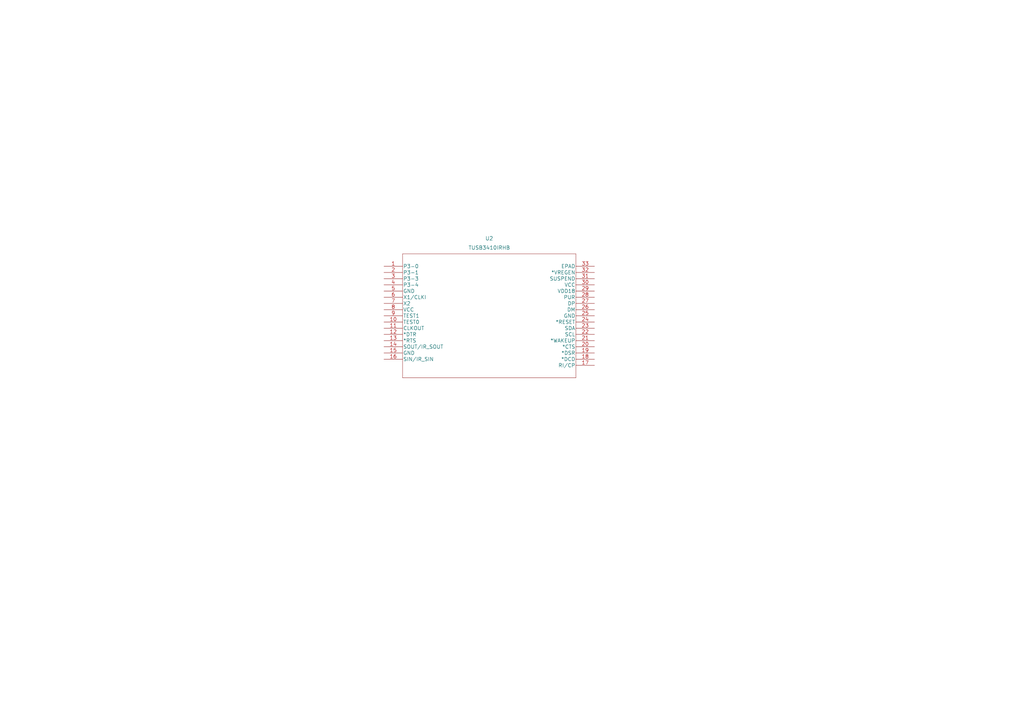
<source format=kicad_sch>
(kicad_sch (version 20211123) (generator eeschema)
  (paper "A3")
  (title_block (title "USB SERIAL"))
  (lib_symbols
    (symbol "global_lib:TUSB3410IRHB" (pin_names (offset 0.254))
      (property "Reference" "U" (at 43.18 10.16 0))
      (property "Value" "TUSB3410IRHB" (at 43.18 7.62 0))
      (symbol "TUSB3410IRHB_1_1"
        (polyline (pts (xy 7.62 -45.72) (xy 78.74 -45.72)) (stroke (width 0.127)))
        (polyline (pts (xy 7.62 5.08) (xy 7.62 -45.72)) (stroke (width 0.127)))
        (polyline (pts (xy 78.74 -45.72) (xy 78.74 5.08)) (stroke (width 0.127)))
        (polyline (pts (xy 78.74 5.08) (xy 7.62 5.08)) (stroke (width 0.127)))
        (pin bidirectional line (at 0 0 0) (length 7.62) (name "P3-0") (number "1"))
        (pin input line (at 0 -22.86 0) (length 7.62) (name "TEST0") (number "10"))
        (pin output line (at 0 -25.4 0) (length 7.62) (name "CLKOUT") (number "11"))
        (pin output line (at 0 -27.94 0) (length 7.62) (name "*DTR") (number "12"))
        (pin output line (at 0 -30.48 0) (length 7.62) (name "*RTS") (number "13"))
        (pin output line (at 0 -33.02 0) (length 7.62) (name "SOUT/IR_SOUT") (number "14"))
        (pin power_in line (at 0 -35.56 0) (length 7.62) (name "GND") (number "15"))
        (pin input line (at 0 -38.1 0) (length 7.62) (name "SIN/IR_SIN") (number "16"))
        (pin input line (at 86.36 -40.64 180) (length 7.62) (name "RI/CP") (number "17"))
        (pin input line (at 86.36 -38.1 180) (length 7.62) (name "*DCD") (number "18"))
        (pin input line (at 86.36 -35.56 180) (length 7.62) (name "*DSR") (number "19"))
        (pin bidirectional line (at 0 -2.54 0) (length 7.62) (name "P3-1") (number "2"))
        (pin input line (at 86.36 -33.02 180) (length 7.62) (name "*CTS") (number "20"))
        (pin input line (at 86.36 -30.48 180) (length 7.62) (name "*WAKEUP") (number "21"))
        (pin output line (at 86.36 -27.94 180) (length 7.62) (name "SCL") (number "22"))
        (pin bidirectional line (at 86.36 -25.4 180) (length 7.62) (name "SDA") (number "23"))
        (pin input line (at 86.36 -22.86 180) (length 7.62) (name "*RESET") (number "24"))
        (pin power_in line (at 86.36 -20.32 180) (length 7.62) (name "GND") (number "25"))
        (pin bidirectional line (at 86.36 -17.78 180) (length 7.62) (name "DM") (number "26"))
        (pin bidirectional line (at 86.36 -15.24 180) (length 7.62) (name "DP") (number "27"))
        (pin output line (at 86.36 -12.7 180) (length 7.62) (name "PUR") (number "28"))
        (pin power_in line (at 86.36 -10.16 180) (length 7.62) (name "VDD18") (number "29"))
        (pin bidirectional line (at 0 -5.08 0) (length 7.62) (name "P3-3") (number "3"))
        (pin power_in line (at 86.36 -7.62 180) (length 7.62) (name "VCC") (number "30"))
        (pin output line (at 86.36 -5.08 180) (length 7.62) (name "SUSPEND") (number "31"))
        (pin input line (at 86.36 -2.54 180) (length 7.62) (name "*VREGEN") (number "32"))
        (pin unspecified line (at 86.36 0 180) (length 7.62) (name "EPAD") (number "33"))
        (pin bidirectional line (at 0 -7.62 0) (length 7.62) (name "P3-4") (number "4"))
        (pin power_in line (at 0 -10.16 0) (length 7.62) (name "GND") (number "5"))
        (pin input line (at 0 -12.7 0) (length 7.62) (name "X1/CLKI") (number "6"))
        (pin output line (at 0 -15.24 0) (length 7.62) (name "X2") (number "7"))
        (pin power_in line (at 0 -17.78 0) (length 7.62) (name "VCC") (number "8"))
        (pin input line (at 0 -20.32 0) (length 7.62) (name "TEST1") (number "9"))
      )
    )
  )
  (symbol (lib_id "global_lib:TUSB3410IRHB") (at 157.48 109.22 0) (unit 1)
    (property "Reference" "U2" (at 200.66 97.79 0) (effects (font (size 1.524 1.524))))
    (property "Value" "TUSB3410IRHB" (at 200.66 101.6 0) (effects (font (size 1.524 1.524))))
    (property "Footprint" "TUSB3410IRHB" (effects hide))
  )
)
</source>
